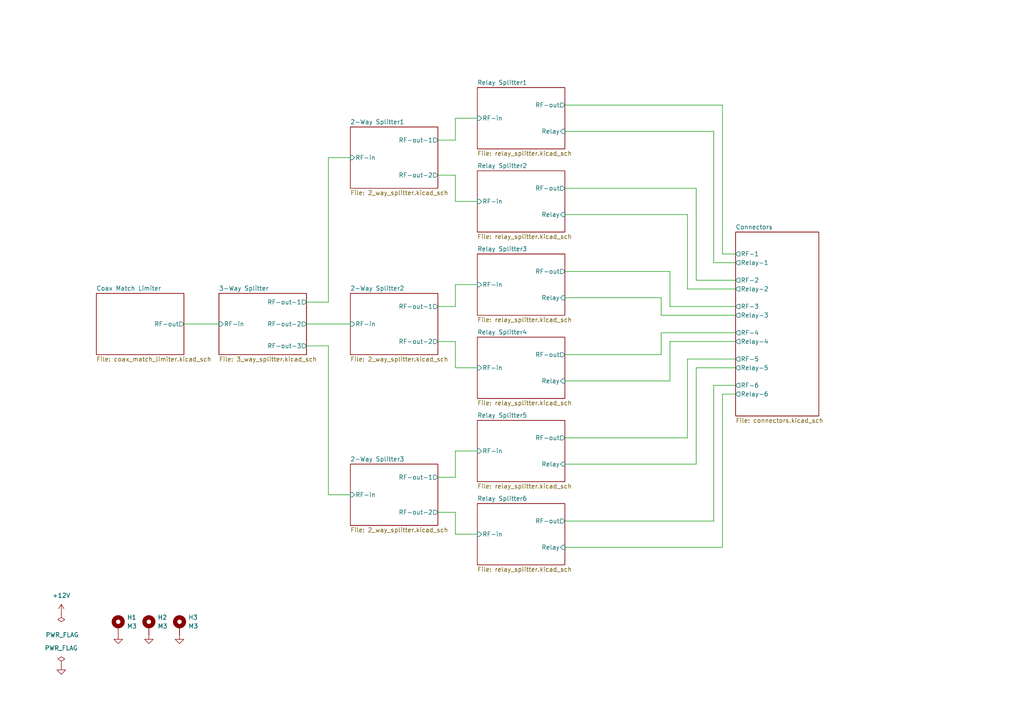
<source format=kicad_sch>
(kicad_sch (version 20211123) (generator eeschema)
  (paper "A4")
  (title_block (title "Six_to_six") (date "2023-02-18") (rev "1.0") (company "S59MZ"))
  (lib_symbols
    (symbol "Mechanical:MountingHole_Pad" (pin_numbers hide) (pin_names (offset 1.016) hide)
      (property "Reference" "H" (at 0 6.35 0))
      (property "Value" "MountingHole_Pad" (at 0 4.445 0))
      (symbol "MountingHole_Pad_0_1"
        (circle (center 0 1.27) (radius 1.27) (stroke (width 1.27)))
      )
      (symbol "MountingHole_Pad_1_1"
        (pin input line (at 0 -2.54 90) (length 2.54) (name "1") (number "1"))
      )
    )
    (symbol "power:+12V" (power) (pin_names (offset 0))
      (property "Value" "+12V" (at 0 3.556 0))
      (symbol "+12V_0_1"
        (polyline (pts (xy -0.762 1.27) (xy 0 2.54)))
        (polyline (pts (xy 0 0) (xy 0 2.54)))
        (polyline (pts (xy 0 2.54) (xy 0.762 1.27)))
      )
      (symbol "+12V_1_1"
        (pin power_in line (at 0 0 90) (length 0) hide (name "+12V") (number "1"))
      )
    )
    (symbol "power:GND" (power) (pin_names (offset 0))
      (property "Value" "GND" (at 0 -3.81 0))
      (symbol "GND_0_1"
        (polyline (pts (xy 0 0) (xy 0 -1.27) (xy 1.27 -1.27) (xy 0 -2.54) (xy -1.27 -1.27) (xy 0 -1.27)))
      )
      (symbol "GND_1_1"
        (pin power_in line (at 0 0 270) (length 0) hide (name "GND") (number "1"))
      )
    )
    (symbol "power:PWR_FLAG" (power) (pin_numbers hide) (pin_names (offset 0) hide)
      (property "Value" "PWR_FLAG" (at 0 3.81 0))
      (symbol "PWR_FLAG_0_0"
        (pin power_out line (at 0 0 90) (length 0) (name "pwr") (number "1"))
      )
      (symbol "PWR_FLAG_0_1"
        (polyline (pts (xy 0 0) (xy 0 1.27) (xy -1.016 1.905) (xy 0 2.54) (xy 1.016 1.905) (xy 0 1.27)))
      )
    )
  )
  (wire (pts (xy 213.36 81.28) (xy 201.93 81.28)))
  (wire (pts (xy 191.77 96.52) (xy 191.77 102.87)))
  (wire (pts (xy 191.77 91.44) (xy 191.77 86.36)))
  (wire (pts (xy 199.39 83.82) (xy 199.39 62.23)))
  (wire (pts (xy 132.08 50.8) (xy 132.08 58.42)))
  (wire (pts (xy 95.25 143.51) (xy 101.6 143.51)))
  (wire (pts (xy 213.36 91.44) (xy 191.77 91.44)))
  (wire (pts (xy 213.36 73.66) (xy 209.55 73.66)))
  (wire (pts (xy 199.39 127) (xy 163.83 127)))
  (wire (pts (xy 127 99.06) (xy 132.08 99.06)))
  (wire (pts (xy 132.08 130.81) (xy 138.43 130.81)))
  (wire (pts (xy 95.25 45.72) (xy 101.6 45.72)))
  (wire (pts (xy 213.36 111.76) (xy 207.01 111.76)))
  (wire (pts (xy 127 148.59) (xy 132.08 148.59)))
  (wire (pts (xy 194.31 88.9) (xy 194.31 78.74)))
  (wire (pts (xy 132.08 154.94) (xy 138.43 154.94)))
  (wire (pts (xy 88.9 87.63) (xy 95.25 87.63)))
  (wire (pts (xy 213.36 88.9) (xy 194.31 88.9)))
  (wire (pts (xy 199.39 104.14) (xy 199.39 127)))
  (wire (pts (xy 209.55 73.66) (xy 209.55 30.48)))
  (wire (pts (xy 132.08 58.42) (xy 138.43 58.42)))
  (wire (pts (xy 213.36 114.3) (xy 209.55 114.3)))
  (wire (pts (xy 201.93 106.68) (xy 201.93 134.62)))
  (wire (pts (xy 132.08 82.55) (xy 138.43 82.55)))
  (wire (pts (xy 191.77 102.87) (xy 163.83 102.87)))
  (wire (pts (xy 201.93 134.62) (xy 163.83 134.62)))
  (wire (pts (xy 53.34 93.98) (xy 63.5 93.98)))
  (wire (pts (xy 207.01 38.1) (xy 163.83 38.1)))
  (wire (pts (xy 132.08 148.59) (xy 132.08 154.94)))
  (wire (pts (xy 88.9 100.33) (xy 95.25 100.33)))
  (wire (pts (xy 213.36 76.2) (xy 207.01 76.2)))
  (wire (pts (xy 207.01 151.13) (xy 163.83 151.13)))
  (wire (pts (xy 194.31 99.06) (xy 194.31 110.49)))
  (wire (pts (xy 127 40.64) (xy 132.08 40.64)))
  (wire (pts (xy 95.25 45.72) (xy 95.25 87.63)))
  (wire (pts (xy 132.08 40.64) (xy 132.08 34.29)))
  (wire (pts (xy 132.08 106.68) (xy 138.43 106.68)))
  (wire (pts (xy 132.08 34.29) (xy 138.43 34.29)))
  (wire (pts (xy 209.55 158.75) (xy 163.83 158.75)))
  (wire (pts (xy 191.77 86.36) (xy 163.83 86.36)))
  (wire (pts (xy 209.55 30.48) (xy 163.83 30.48)))
  (wire (pts (xy 127 50.8) (xy 132.08 50.8)))
  (wire (pts (xy 213.36 96.52) (xy 191.77 96.52)))
  (wire (pts (xy 201.93 81.28) (xy 201.93 54.61)))
  (wire (pts (xy 201.93 54.61) (xy 163.83 54.61)))
  (wire (pts (xy 213.36 83.82) (xy 199.39 83.82)))
  (wire (pts (xy 132.08 138.43) (xy 132.08 130.81)))
  (wire (pts (xy 88.9 93.98) (xy 101.6 93.98)))
  (wire (pts (xy 194.31 78.74) (xy 163.83 78.74)))
  (wire (pts (xy 199.39 62.23) (xy 163.83 62.23)))
  (wire (pts (xy 132.08 88.9) (xy 132.08 82.55)))
  (wire (pts (xy 127 138.43) (xy 132.08 138.43)))
  (wire (pts (xy 213.36 104.14) (xy 199.39 104.14)))
  (wire (pts (xy 207.01 111.76) (xy 207.01 151.13)))
  (wire (pts (xy 95.25 100.33) (xy 95.25 143.51)))
  (wire (pts (xy 132.08 99.06) (xy 132.08 106.68)))
  (wire (pts (xy 209.55 114.3) (xy 209.55 158.75)))
  (wire (pts (xy 213.36 106.68) (xy 201.93 106.68)))
  (wire (pts (xy 127 88.9) (xy 132.08 88.9)))
  (wire (pts (xy 213.36 99.06) (xy 194.31 99.06)))
  (wire (pts (xy 207.01 76.2) (xy 207.01 38.1)))
  (wire (pts (xy 194.31 110.49) (xy 163.83 110.49)))
  (symbol (lib_id "power:GND") (at 43.18 184.15 0) (unit 1)
    (property "Reference" "#PWR016" (effects hide))
    (property "Value" "GND" (effects hide))
  )
  (symbol (lib_id "power:PWR_FLAG") (at 17.78 177.8 0) (mirror x) (unit 1)
    (property "Reference" "#FLG01" (effects hide))
    (property "Value" "PWR_FLAG" (at 22.86 184.15 0) (effects (justify right)))
  )
  (symbol (lib_id "Mechanical:MountingHole_Pad") (at 43.18 181.61 0) (unit 1)
    (property "Reference" "H2" (at 45.72 179.0699 0) (effects (justify left)))
    (property "Value" "M3" (at 45.72 181.6099 0) (effects (justify left)))
    (property "Footprint" "MountingHole:MountingHole_3.2mm_M3_DIN965_Pad" (effects hide))
  )
  (symbol (lib_id "power:GND") (at 34.29 184.15 0) (unit 1)
    (property "Reference" "#PWR07" (effects hide))
    (property "Value" "GND" (effects hide))
  )
  (symbol (lib_id "power:GND") (at 17.78 193.04 0) (unit 1)
    (property "Reference" "#PWR02" (effects hide))
    (property "Value" "GND" (effects hide))
  )
  (symbol (lib_id "power:PWR_FLAG") (at 17.78 193.04 0) (unit 1)
    (property "Reference" "#FLG02" (effects hide))
    (property "Value" "PWR_FLAG" (at 17.78 187.96 0))
  )
  (symbol (lib_id "power:+12V") (at 17.78 177.8 0) (unit 1)
    (property "Reference" "#PWR01" (effects hide))
    (property "Value" "+12V" (at 17.78 172.72 0))
  )
  (symbol (lib_id "Mechanical:MountingHole_Pad") (at 34.29 181.61 0) (unit 1)
    (property "Reference" "H1" (at 36.83 179.0699 0) (effects (justify left)))
    (property "Value" "M3" (at 36.83 181.6099 0) (effects (justify left)))
    (property "Footprint" "MountingHole:MountingHole_3.2mm_M3_DIN965_Pad" (effects hide))
  )
  (symbol (lib_id "Mechanical:MountingHole_Pad") (at 52.07 181.61 0) (unit 1)
    (property "Reference" "H3" (at 54.61 179.0699 0) (effects (justify left)))
    (property "Value" "M3" (at 54.61 181.6099 0) (effects (justify left)))
    (property "Footprint" "MountingHole:MountingHole_3.2mm_M3_DIN965_Pad" (effects hide))
  )
  (symbol (lib_id "power:GND") (at 52.07 184.15 0) (unit 1)
    (property "Reference" "#PWR017" (effects hide))
    (property "Value" "GND" (effects hide))
  )
  (sheet (at 138.43 97.79) (size 25.4 17.78) (stroke (width 0.1524))
    (property "Sheet name" "Relay Splitter4" (at 138.43 97.0784 0) (effects (justify left bottom)))
    (property "Sheet file" "relay_splitter.kicad_sch" (at 138.43 116.1546 0) (effects (justify left top)))
    (pin "RF-in" input (at 138.43 106.68 180))
    (pin "Relay" input (at 163.83 110.49 0))
    (pin "RF-out" output (at 163.83 102.87 0))
  )
  (sheet (at 27.94 85.09) (size 25.4 17.78) (stroke (width 0.1524))
    (property "Sheet name" "Coax Match Limiter" (at 27.94 84.3784 0) (effects (justify left bottom)))
    (property "Sheet file" "coax_match_limiter.kicad_sch" (at 27.94 103.4546 0) (effects (justify left top)))
    (pin "RF-out" output (at 53.34 93.98 0))
  )
  (sheet (at 213.36 67.31) (size 24.13 53.34) (stroke (width 0.1524))
    (property "Sheet name" "Connectors" (at 213.36 66.5984 0) (effects (justify left bottom)))
    (property "Sheet file" "connectors.kicad_sch" (at 213.36 121.2346 0) (effects (justify left top)))
    (pin "Relay-6" output (at 213.36 114.3 180))
    (pin "Relay-4" output (at 213.36 99.06 180))
    (pin "Relay-2" output (at 213.36 83.82 180))
    (pin "Relay-1" output (at 213.36 76.2 180))
    (pin "Relay-3" output (at 213.36 91.44 180))
    (pin "Relay-5" output (at 213.36 106.68 180))
    (pin "RF-3" output (at 213.36 88.9 180))
    (pin "RF-2" output (at 213.36 81.28 180))
    (pin "RF-1" output (at 213.36 73.66 180))
    (pin "RF-6" output (at 213.36 111.76 180))
    (pin "RF-5" output (at 213.36 104.14 180))
    (pin "RF-4" output (at 213.36 96.52 180))
  )
  (sheet (at 138.43 73.66) (size 25.4 17.78) (stroke (width 0.1524))
    (property "Sheet name" "Relay Splitter3" (at 138.43 72.9484 0) (effects (justify left bottom)))
    (property "Sheet file" "relay_splitter.kicad_sch" (at 138.43 92.0246 0) (effects (justify left top)))
    (pin "RF-in" input (at 138.43 82.55 180))
    (pin "Relay" input (at 163.83 86.36 0))
    (pin "RF-out" output (at 163.83 78.74 0))
  )
  (sheet (at 101.6 36.83) (size 25.4 17.78) (stroke (width 0.1524))
    (property "Sheet name" "2-Way Splitter1" (at 101.6 36.1184 0) (effects (justify left bottom)))
    (property "Sheet file" "2_way_splitter.kicad_sch" (at 101.6 55.1946 0) (effects (justify left top)))
    (pin "RF-out-2" output (at 127 50.8 0))
    (pin "RF-out-1" output (at 127 40.64 0))
    (pin "RF-in" input (at 101.6 45.72 180))
  )
  (sheet (at 138.43 121.92) (size 25.4 17.78) (stroke (width 0.1524))
    (property "Sheet name" "Relay Splitter5" (at 138.43 121.2084 0) (effects (justify left bottom)))
    (property "Sheet file" "relay_splitter.kicad_sch" (at 138.43 140.2846 0) (effects (justify left top)))
    (pin "RF-in" input (at 138.43 130.81 180))
    (pin "Relay" input (at 163.83 134.62 0))
    (pin "RF-out" output (at 163.83 127 0))
  )
  (sheet (at 101.6 134.62) (size 25.4 17.78) (stroke (width 0.1524))
    (property "Sheet name" "2-Way Splitter3" (at 101.6 133.9084 0) (effects (justify left bottom)))
    (property "Sheet file" "2_way_splitter.kicad_sch" (at 101.6 152.9846 0) (effects (justify left top)))
    (pin "RF-out-2" output (at 127 148.59 0))
    (pin "RF-out-1" output (at 127 138.43 0))
    (pin "RF-in" input (at 101.6 143.51 180))
  )
  (sheet (at 63.5 85.09) (size 25.4 17.78) (stroke (width 0.1524))
    (property "Sheet name" "3-Way Splitter" (at 63.5 84.3784 0) (effects (justify left bottom)))
    (property "Sheet file" "3_way_splitter.kicad_sch" (at 63.5 103.4546 0) (effects (justify left top)))
    (pin "RF-out-1" output (at 88.9 87.63 0))
    (pin "RF-out-3" output (at 88.9 100.33 0))
    (pin "RF-in" input (at 63.5 93.98 180))
    (pin "RF-out-2" output (at 88.9 93.98 0))
  )
  (sheet (at 138.43 25.4) (size 25.4 17.78) (stroke (width 0.1524))
    (property "Sheet name" "Relay Splitter1" (at 138.43 24.6884 0) (effects (justify left bottom)))
    (property "Sheet file" "relay_splitter.kicad_sch" (at 138.43 43.7646 0) (effects (justify left top)))
    (pin "RF-in" input (at 138.43 34.29 180))
    (pin "Relay" input (at 163.83 38.1 0))
    (pin "RF-out" output (at 163.83 30.48 0))
  )
  (sheet (at 101.6 85.09) (size 25.4 17.78) (stroke (width 0.1524))
    (property "Sheet name" "2-Way Splitter2" (at 101.6 84.3784 0) (effects (justify left bottom)))
    (property "Sheet file" "2_way_splitter.kicad_sch" (at 101.6 103.4546 0) (effects (justify left top)))
    (pin "RF-out-2" output (at 127 99.06 0))
    (pin "RF-out-1" output (at 127 88.9 0))
    (pin "RF-in" input (at 101.6 93.98 180))
  )
  (sheet (at 138.43 49.53) (size 25.4 17.78) (stroke (width 0.1524))
    (property "Sheet name" "Relay Splitter2" (at 138.43 48.8184 0) (effects (justify left bottom)))
    (property "Sheet file" "relay_splitter.kicad_sch" (at 138.43 67.8946 0) (effects (justify left top)))
    (pin "RF-in" input (at 138.43 58.42 180))
    (pin "Relay" input (at 163.83 62.23 0))
    (pin "RF-out" output (at 163.83 54.61 0))
  )
  (sheet (at 138.43 146.05) (size 25.4 17.78) (stroke (width 0.1524))
    (property "Sheet name" "Relay Splitter6" (at 138.43 145.3384 0) (effects (justify left bottom)))
    (property "Sheet file" "relay_splitter.kicad_sch" (at 138.43 164.4146 0) (effects (justify left top)))
    (pin "RF-in" input (at 138.43 154.94 180))
    (pin "Relay" input (at 163.83 158.75 0))
    (pin "RF-out" output (at 163.83 151.13 0))
  )
)
</source>
